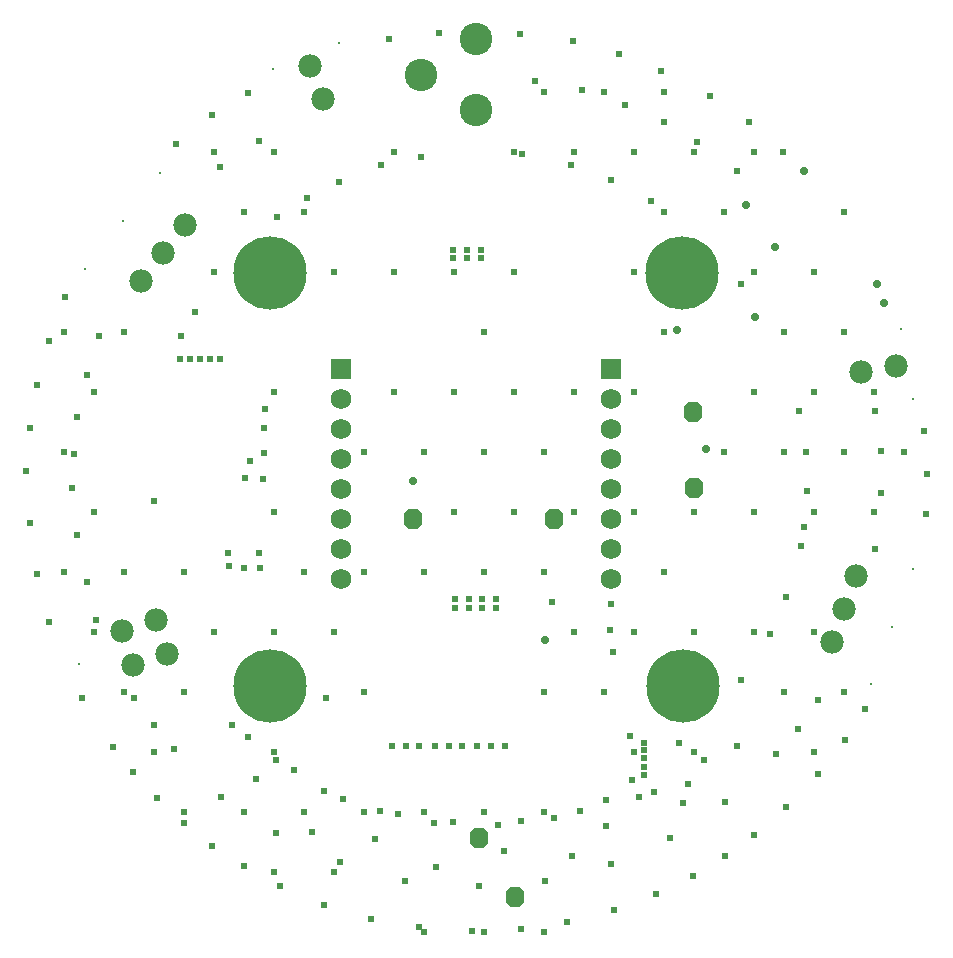
<source format=gbs>
G04*
G04 #@! TF.GenerationSoftware,Altium Limited,Altium Designer,18.1.9 (240)*
G04*
G04 Layer_Color=16711935*
%FSLAX25Y25*%
%MOIN*%
G70*
G01*
G75*
%ADD116C,0.06800*%
%ADD117R,0.06610X0.06610*%
%ADD118C,0.07800*%
%ADD119C,0.00800*%
%ADD120C,0.10800*%
%ADD121C,0.24422*%
%ADD122C,0.02800*%
%ADD123C,0.02400*%
G04:AMPARAMS|DCode=139|XSize=58mil|YSize=68mil|CornerRadius=0mil|HoleSize=0mil|Usage=FLASHONLY|Rotation=180.000|XOffset=0mil|YOffset=0mil|HoleType=Round|Shape=Octagon|*
%AMOCTAGOND139*
4,1,8,0.01450,-0.03400,-0.01450,-0.03400,-0.02900,-0.01950,-0.02900,0.01950,-0.01450,0.03400,0.01450,0.03400,0.02900,0.01950,0.02900,-0.01950,0.01450,-0.03400,0.0*
%
%ADD139OCTAGOND139*%

D116*
X100787Y111929D02*
D03*
Y121929D02*
D03*
Y131929D02*
D03*
Y141929D02*
D03*
Y151929D02*
D03*
Y161929D02*
D03*
Y171929D02*
D03*
X190787Y111929D02*
D03*
Y121929D02*
D03*
Y131929D02*
D03*
Y141929D02*
D03*
Y151929D02*
D03*
Y161929D02*
D03*
Y171929D02*
D03*
D117*
X100787Y181929D02*
D03*
X190787D02*
D03*
D118*
X27933Y94731D02*
D03*
X31583Y83498D02*
D03*
X42816Y87147D02*
D03*
X39166Y98380D02*
D03*
X268565Y101978D02*
D03*
X272605Y113077D02*
D03*
X264526Y90880D02*
D03*
X48807Y230075D02*
D03*
X34264Y211460D02*
D03*
X41535Y220768D02*
D03*
X90575Y282951D02*
D03*
X95000Y272000D02*
D03*
X285972Y182957D02*
D03*
X274341Y180906D02*
D03*
D119*
X13583Y83858D02*
D03*
X291482Y115214D02*
D03*
X277613Y77109D02*
D03*
X284547Y96161D02*
D03*
X28133Y231239D02*
D03*
X40616Y247216D02*
D03*
X15650Y215261D02*
D03*
X78238Y281957D02*
D03*
X100140Y290806D02*
D03*
X287565Y195231D02*
D03*
X291667Y171968D02*
D03*
D120*
X127496Y280189D02*
D03*
X146000Y292000D02*
D03*
Y268378D02*
D03*
D121*
X77205Y76205D02*
D03*
X215000D02*
D03*
X214500Y214000D02*
D03*
X77205D02*
D03*
D122*
X222539Y155315D02*
D03*
X124802Y144770D02*
D03*
X212894Y194882D02*
D03*
X245381Y222547D02*
D03*
X168898Y91732D02*
D03*
X238779Y199311D02*
D03*
X235827Y236614D02*
D03*
X281890Y204134D02*
D03*
X279626Y210335D02*
D03*
X255217Y248130D02*
D03*
D123*
X254232Y123031D02*
D03*
X288500Y154500D02*
D03*
X268500Y234500D02*
D03*
Y194500D02*
D03*
X278500Y174500D02*
D03*
X268500Y154500D02*
D03*
X278500Y134500D02*
D03*
X268500Y74500D02*
D03*
X258500Y214500D02*
D03*
X248500Y194500D02*
D03*
X258500Y174500D02*
D03*
X248500Y154500D02*
D03*
X258500Y134500D02*
D03*
Y94500D02*
D03*
X248500Y74500D02*
D03*
X258500Y54500D02*
D03*
X238500Y254500D02*
D03*
X228500Y234500D02*
D03*
X238500Y214500D02*
D03*
Y174500D02*
D03*
X228500Y154500D02*
D03*
X238500Y134500D02*
D03*
Y94500D02*
D03*
X208500Y274500D02*
D03*
X218500Y254500D02*
D03*
X208500Y234500D02*
D03*
Y194500D02*
D03*
X218500Y134500D02*
D03*
X208500Y114500D02*
D03*
X218500Y94500D02*
D03*
Y54500D02*
D03*
X188500Y274500D02*
D03*
X198500Y254500D02*
D03*
Y214500D02*
D03*
Y174500D02*
D03*
Y134500D02*
D03*
Y94500D02*
D03*
X188500Y74500D02*
D03*
X198500Y54500D02*
D03*
X168500Y274500D02*
D03*
X178500Y254500D02*
D03*
Y174500D02*
D03*
X168500Y154500D02*
D03*
X178500Y134500D02*
D03*
X168500Y114500D02*
D03*
X178500Y94500D02*
D03*
X168500Y74500D02*
D03*
Y34500D02*
D03*
Y-5500D02*
D03*
X158500Y254500D02*
D03*
Y214500D02*
D03*
X148500Y194500D02*
D03*
X158500Y174500D02*
D03*
X148500Y154500D02*
D03*
X158500Y134500D02*
D03*
X148500Y114500D02*
D03*
Y34500D02*
D03*
Y-5500D02*
D03*
X138500Y214500D02*
D03*
Y174500D02*
D03*
X128500Y154500D02*
D03*
X138500Y134500D02*
D03*
X128500Y114500D02*
D03*
Y34500D02*
D03*
Y-5500D02*
D03*
X118500Y254500D02*
D03*
Y214500D02*
D03*
Y174500D02*
D03*
X108500Y154500D02*
D03*
Y114500D02*
D03*
Y74500D02*
D03*
Y34500D02*
D03*
X88500Y234500D02*
D03*
X98500Y214500D02*
D03*
X88500Y114500D02*
D03*
X98500Y94500D02*
D03*
X88500Y34500D02*
D03*
X98500Y14500D02*
D03*
X78500Y254500D02*
D03*
X68500Y234500D02*
D03*
X78500Y174500D02*
D03*
Y134500D02*
D03*
Y94500D02*
D03*
Y54500D02*
D03*
X68500Y34500D02*
D03*
X78500Y14500D02*
D03*
X58500Y254500D02*
D03*
Y214500D02*
D03*
X48500Y114500D02*
D03*
X58500Y94500D02*
D03*
X48500Y74500D02*
D03*
Y34500D02*
D03*
X28500Y194500D02*
D03*
Y114500D02*
D03*
Y74500D02*
D03*
X38500Y54500D02*
D03*
X8500Y194500D02*
D03*
X18500Y174500D02*
D03*
X8500Y154500D02*
D03*
X18500Y134500D02*
D03*
X8500Y114500D02*
D03*
X18500Y94500D02*
D03*
X191446Y87655D02*
D03*
X191000Y103531D02*
D03*
X213596Y57500D02*
D03*
X234055Y78347D02*
D03*
X243714Y93554D02*
D03*
X249324Y106189D02*
D03*
X255159Y129461D02*
D03*
X256135Y141216D02*
D03*
X255734Y154331D02*
D03*
X253647Y167894D02*
D03*
X234246Y210335D02*
D03*
X204133Y237917D02*
D03*
X190787Y244971D02*
D03*
X177387Y249902D02*
D03*
X161319Y253642D02*
D03*
X127496Y252822D02*
D03*
X114173Y249902D02*
D03*
X100140Y244322D02*
D03*
X89665Y238878D02*
D03*
X79626Y232579D02*
D03*
X52264Y200886D02*
D03*
X47447Y192913D02*
D03*
X60600Y249308D02*
D03*
X73425Y258169D02*
D03*
X165453Y278051D02*
D03*
X181102Y275000D02*
D03*
X195374Y269980D02*
D03*
X208666Y264238D02*
D03*
X219390Y257776D02*
D03*
X232811Y248130D02*
D03*
X278861Y167894D02*
D03*
X280807Y154781D02*
D03*
Y140551D02*
D03*
X278861Y121929D02*
D03*
X260000Y71536D02*
D03*
X253150Y61910D02*
D03*
X245927Y53706D02*
D03*
X38681Y63390D02*
D03*
X31977Y72200D02*
D03*
X19093Y98380D02*
D03*
X16043Y110980D02*
D03*
X12888Y126610D02*
D03*
X11039Y142300D02*
D03*
X20177Y192913D02*
D03*
X11792Y153541D02*
D03*
X12888Y165882D02*
D03*
X16043Y179921D02*
D03*
X45965Y256890D02*
D03*
X57972Y266535D02*
D03*
X70023Y274178D02*
D03*
X116991Y292000D02*
D03*
X133465Y293996D02*
D03*
X160531Y293701D02*
D03*
X178051Y291437D02*
D03*
X193504Y286910D02*
D03*
X207579Y281496D02*
D03*
X223721Y273031D02*
D03*
X236811Y264238D02*
D03*
X248031Y254232D02*
D03*
X295174Y161216D02*
D03*
X296260Y147047D02*
D03*
X295866Y133661D02*
D03*
X275492Y68701D02*
D03*
X268764Y58418D02*
D03*
X260000Y47138D02*
D03*
X249324Y35900D02*
D03*
X238545Y26600D02*
D03*
X228814Y19587D02*
D03*
X218209Y13189D02*
D03*
X205700Y7055D02*
D03*
X191929Y1772D02*
D03*
X176297Y-2241D02*
D03*
X161000Y-4579D02*
D03*
X144677Y-5325D02*
D03*
X126900Y-4110D02*
D03*
X111024Y-1181D02*
D03*
X95339Y3479D02*
D03*
X80536Y9700D02*
D03*
X68504Y16226D02*
D03*
X58004Y23173D02*
D03*
X48564Y30600D02*
D03*
X39488Y39018D02*
D03*
X31583Y47627D02*
D03*
X24931Y56058D02*
D03*
X14620Y72200D02*
D03*
X3445Y97823D02*
D03*
X-492Y113681D02*
D03*
X-2953Y130709D02*
D03*
X-4035Y148130D02*
D03*
X-2953Y162200D02*
D03*
X-591Y176673D02*
D03*
X3445Y191437D02*
D03*
X8957Y205906D02*
D03*
X38681Y137894D02*
D03*
X171161Y104331D02*
D03*
X138287Y221752D02*
D03*
X142881D02*
D03*
X147474D02*
D03*
Y218898D02*
D03*
X142881D02*
D03*
X138287D02*
D03*
X138779Y102362D02*
D03*
X143373D02*
D03*
X147966D02*
D03*
X152559D02*
D03*
Y105217D02*
D03*
X147966D02*
D03*
X143373D02*
D03*
X138779D02*
D03*
X73819Y115847D02*
D03*
X68504Y115650D02*
D03*
X63484Y116240D02*
D03*
X73524Y120768D02*
D03*
X63189D02*
D03*
X72539Y45276D02*
D03*
X91339Y27657D02*
D03*
X112205Y25197D02*
D03*
X132677Y16142D02*
D03*
X155315Y21457D02*
D03*
X177756Y19587D02*
D03*
X190551Y95086D02*
D03*
X216460Y43627D02*
D03*
X189158Y29724D02*
D03*
X200300Y39200D02*
D03*
X214873Y37305D02*
D03*
X169000Y11300D02*
D03*
X229000Y37700D02*
D03*
X232874Y56394D02*
D03*
X221700Y51600D02*
D03*
X210500Y25600D02*
D03*
X205269Y41000D02*
D03*
X189300Y38200D02*
D03*
X191000Y16900D02*
D03*
X180500Y34736D02*
D03*
X172000Y32400D02*
D03*
X146800Y9700D02*
D03*
X161000Y31300D02*
D03*
X153100Y30100D02*
D03*
X138100Y31000D02*
D03*
X131700Y30600D02*
D03*
X122100Y11500D02*
D03*
X100400Y17700D02*
D03*
X120000Y33800D02*
D03*
X113700Y34800D02*
D03*
X69800Y59300D02*
D03*
X85300Y48300D02*
D03*
X101400Y38800D02*
D03*
X95200Y41400D02*
D03*
X79300Y27500D02*
D03*
X79200Y51700D02*
D03*
X60800Y39500D02*
D03*
X45100Y55200D02*
D03*
X64600Y63313D02*
D03*
X60600Y185300D02*
D03*
X57300D02*
D03*
X53700D02*
D03*
X50514D02*
D03*
X47100D02*
D03*
X75400Y168800D02*
D03*
X75200Y162200D02*
D03*
X74900Y145500D02*
D03*
X70592Y151200D02*
D03*
X75200Y154100D02*
D03*
X197700Y45100D02*
D03*
X197300Y59600D02*
D03*
X202000Y46800D02*
D03*
Y49481D02*
D03*
Y52200D02*
D03*
X201900Y54900D02*
D03*
Y57500D02*
D03*
X68900Y145800D02*
D03*
X96000Y72200D02*
D03*
X155400Y56300D02*
D03*
X150900Y56400D02*
D03*
X146100Y56300D02*
D03*
X141200D02*
D03*
X136700D02*
D03*
X132200Y56400D02*
D03*
X126900Y56300D02*
D03*
X122378D02*
D03*
X117900D02*
D03*
D139*
X172000Y131929D02*
D03*
X218307Y167717D02*
D03*
X218602Y142520D02*
D03*
X146800Y25600D02*
D03*
X124802Y131929D02*
D03*
X158760Y6102D02*
D03*
M02*

</source>
